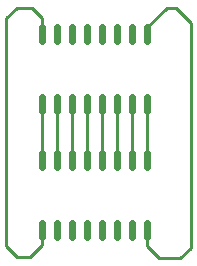
<source format=gtl>
G04 Layer: TopLayer*
G04 EasyEDA v6.1.49, Sun, 02 Jun 2019 06:23:37 GMT*
G04 66c5286db96e4661acc7c33619b52065,10*
G04 Gerber Generator version 0.2*
G04 Scale: 100 percent, Rotated: No, Reflected: No *
G04 Dimensions in inches *
G04 leading zeros omitted , absolute positions ,2 integer and 4 decimal *
%FSLAX24Y24*%
%MOIN*%
G90*
G70D02*

%ADD10C,0.010000*%
%ADD11C,0.023622*%

%LPD*%
G54D10*
G01X3100Y6130D02*
G01X3100Y4450D01*
G01X3600Y6130D02*
G01X3600Y4269D01*
G01X4100Y6130D02*
G01X4100Y4269D01*
G01X4600Y6130D02*
G01X4600Y4300D01*
G01X5100Y6130D02*
G01X5100Y4269D01*
G01X5600Y6130D02*
G01X5600Y4269D01*
G01X6100Y4269D02*
G01X6100Y6130D01*
G01X6600Y6130D02*
G01X6600Y4269D01*
G01X6600Y8469D02*
G01X6600Y8700D01*
G01X7250Y9350D01*
G01X7550Y9350D01*
G01X8050Y8850D01*
G01X8050Y1350D01*
G01X7700Y1000D01*
G01X7000Y1000D01*
G01X6600Y1400D01*
G01X6600Y1930D01*
G01X3100Y8469D02*
G01X3100Y9000D01*
G01X2750Y9350D01*
G01X2250Y9350D01*
G01X1900Y9000D01*
G01X1900Y1400D01*
G01X2250Y1050D01*
G01X2700Y1050D01*
G01X3050Y1400D01*
G01X3100Y1450D01*
G01X3100Y1930D01*
G54D11*
G01X6600Y4033D02*
G01X6600Y4506D01*
G01X6100Y4033D02*
G01X6100Y4506D01*
G01X5600Y4033D02*
G01X5600Y4506D01*
G01X5100Y4033D02*
G01X5100Y4506D01*
G01X4600Y4033D02*
G01X4600Y4506D01*
G01X4100Y4033D02*
G01X4100Y4506D01*
G01X3600Y4033D02*
G01X3600Y4506D01*
G01X3100Y4033D02*
G01X3100Y4506D01*
G01X6600Y1693D02*
G01X6600Y2166D01*
G01X6100Y1693D02*
G01X6100Y2166D01*
G01X5600Y1693D02*
G01X5600Y2166D01*
G01X5100Y1693D02*
G01X5100Y2166D01*
G01X4600Y1693D02*
G01X4600Y2166D01*
G01X4100Y1693D02*
G01X4100Y2166D01*
G01X3600Y1693D02*
G01X3600Y2166D01*
G01X3100Y1693D02*
G01X3100Y2166D01*
G01X6600Y8233D02*
G01X6600Y8706D01*
G01X6100Y8233D02*
G01X6100Y8706D01*
G01X5600Y8233D02*
G01X5600Y8706D01*
G01X5100Y8233D02*
G01X5100Y8706D01*
G01X4600Y8233D02*
G01X4600Y8706D01*
G01X4100Y8233D02*
G01X4100Y8706D01*
G01X3600Y8233D02*
G01X3600Y8706D01*
G01X3100Y8233D02*
G01X3100Y8706D01*
G01X6600Y5893D02*
G01X6600Y6366D01*
G01X6100Y5893D02*
G01X6100Y6366D01*
G01X5600Y5893D02*
G01X5600Y6366D01*
G01X5100Y5893D02*
G01X5100Y6366D01*
G01X4600Y5893D02*
G01X4600Y6366D01*
G01X4100Y5893D02*
G01X4100Y6366D01*
G01X3600Y5893D02*
G01X3600Y6366D01*
G01X3100Y5893D02*
G01X3100Y6366D01*
M00*
M02*

</source>
